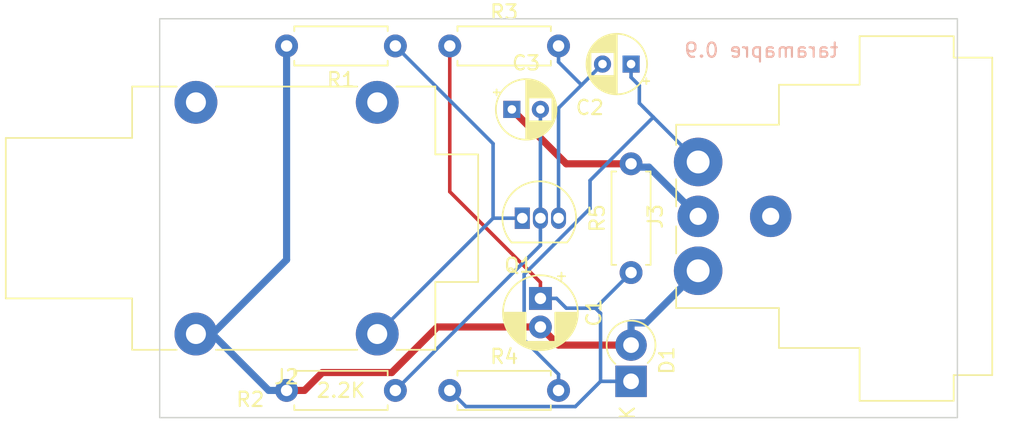
<source format=kicad_pcb>
(kicad_pcb (version 20221018) (generator pcbnew)
  (layers (0 "F.Cu" signal) (31 "B.Cu" signal) (34 "B.Paste" user) (35 "F.Paste" user) (36 "B.SilkS" user "B.Silkscreen") (37 "F.SilkS" user "F.Silkscreen") (38 "B.Mask" user) (39 "F.Mask" user) (44 "Edge.Cuts" user))
  (net 0 "")
  (net 1 "Net-(D1-K)")
  (net 2 "GND")
  (net 3 "Net-(C2-Pad1)")
  (net 4 "Net-(Q1-D)")
  (net 5 "/POWER")
  (net 6 "Net-(Q1-S)")
  (net 8 "Net-(Q1-G)")
  (footprint "Resistor_THT:R_Axial_DIN0207_L6.3mm_D2.5mm_P7.62mm_Horizontal" (layer "F.Cu") (at 133.35 88.9 90)
    (fp_text reference "R5" (at 3.81 -2.37 90) (layer "F.SilkS"))
    (fp_text value "18K")
    (fp_line (start 0.54 -1.37) (end 7.08 -1.37) (stroke (width 0.12)) (layer "F.SilkS"))
    (fp_line (start 0.54 -1.04) (end 0.54 -1.37) (stroke (width 0.12)) (layer "F.SilkS"))
    (fp_line (start 0.54 1.04) (end 0.54 1.37) (stroke (width 0.12)) (layer "F.SilkS"))
    (fp_line (start 0.54 1.37) (end 7.08 1.37) (stroke (width 0.12)) (layer "F.SilkS"))
    (fp_line (start 7.08 -1.37) (end 7.08 -1.04) (stroke (width 0.12)) (layer "F.SilkS"))
    (fp_line (start 7.08 1.37) (end 7.08 1.04) (stroke (width 0.12)) (layer "F.SilkS"))
    (pad "1" thru_hole circle (at 0 0 90) (size 1.6 1.6) (drill 0.8) (layers "*.Cu" "*.Mask") (net 1 "Net-(D1-K)"))
    (pad "2" thru_hole oval (at 7.62 0 90) (size 1.6 1.6) (drill 0.8) (layers "*.Cu" "*.Mask") (net 5 "/POWER"))
  )
  (footprint "Resistor_THT:R_Axial_DIN0207_L6.3mm_D2.5mm_P7.62mm_Horizontal" (layer "F.Cu") (at 120.65 73.025)
    (fp_text reference "R3" (at 3.81 -2.37) (layer "F.SilkS"))
    (fp_text value "2.2K")
    (fp_line (start 0.54 -1.37) (end 7.08 -1.37) (stroke (width 0.12)) (layer "F.SilkS"))
    (fp_line (start 0.54 -1.04) (end 0.54 -1.37) (stroke (width 0.12)) (layer "F.SilkS"))
    (fp_line (start 0.54 1.04) (end 0.54 1.37) (stroke (width 0.12)) (layer "F.SilkS"))
    (fp_line (start 0.54 1.37) (end 7.08 1.37) (stroke (width 0.12)) (layer "F.SilkS"))
    (fp_line (start 7.08 -1.37) (end 7.08 -1.04) (stroke (width 0.12)) (layer "F.SilkS"))
    (fp_line (start 7.08 1.37) (end 7.08 1.04) (stroke (width 0.12)) (layer "F.SilkS"))
    (pad "1" thru_hole circle (at 0 0) (size 1.6 1.6) (drill 0.8) (layers "*.Cu" "*.Mask") (net 1 "Net-(D1-K)"))
    (pad "2" thru_hole oval (at 7.62 0) (size 1.6 1.6) (drill 0.8) (layers "*.Cu" "*.Mask") (net 4 "Net-(Q1-D)"))
  )
  (footprint "Capacitor_THT:CP_Radial_D4.0mm_P2.00mm" (layer "F.Cu") (at 133.35 74.295 180)
    (fp_text reference "C2" (at 2.889 -3.048) (layer "F.SilkS"))
    (fp_text value "4.7uF/50V")
    (fp_line (start -1.269801 -1.195) (end -0.869801 -1.195) (stroke (width 0.12)) (layer "F.SilkS"))
    (fp_line (start -1.069801 -1.395) (end -1.069801 -0.995) (stroke (width 0.12)) (layer "F.SilkS"))
    (fp_line (start 1 -2.08) (end 1 2.08) (stroke (width 0.12)) (layer "F.SilkS"))
    (fp_line (start 1.04 -2.08) (end 1.04 2.08) (stroke (width 0.12)) (layer "F.SilkS"))
    (fp_line (start 1.08 -2.079) (end 1.08 2.079) (stroke (width 0.12)) (layer "F.SilkS"))
    (fp_line (start 1.12 -2.077) (end 1.12 2.077) (stroke (width 0.12)) (layer "F.SilkS"))
    (fp_line (start 1.16 -2.074) (end 1.16 2.074) (stroke (width 0.12)) (layer "F.SilkS"))
    (fp_line (start 1.2 -2.071) (end 1.2 -0.84) (stroke (width 0.12)) (layer "F.SilkS"))
    (fp_line (start 1.2 0.84) (end 1.2 2.071) (stroke (width 0.12)) (layer "F.SilkS"))
    (fp_line (start 1.24 -2.067) (end 1.24 -0.84) (stroke (width 0.12)) (layer "F.SilkS"))
    (fp_line (start 1.24 0.84) (end 1.24 2.067) (stroke (width 0.12)) (layer "F.SilkS"))
    (fp_line (start 1.28 -2.062) (end 1.28 -0.84) (stroke (width 0.12)) (layer "F.SilkS"))
    (fp_line (start 1.28 0.84) (end 1.28 2.062) (stroke (width 0.12)) (layer "F.SilkS"))
    (fp_line (start 1.32 -2.056) (end 1.32 -0.84) (stroke (width 0.12)) (layer "F.SilkS"))
    (fp_line (start 1.32 0.84) (end 1.32 2.056) (stroke (width 0.12)) (layer "F.SilkS"))
    (fp_line (start 1.36 -2.05) (end 1.36 -0.84) (stroke (width 0.12)) (layer "F.SilkS"))
    (fp_line (start 1.36 0.84) (end 1.36 2.05) (stroke (width 0.12)) (layer "F.SilkS"))
    (fp_line (start 1.4 -2.042) (end 1.4 -0.84) (stroke (width 0.12)) (layer "F.SilkS"))
    (fp_line (start 1.4 0.84) (end 1.4 2.042) (stroke (width 0.12)) (layer "F.SilkS"))
    (fp_line (start 1.44 -2.034) (end 1.44 -0.84) (stroke (width 0.12)) (layer "F.SilkS"))
    (fp_line (start 1.44 0.84) (end 1.44 2.034) (stroke (width 0.12)) (layer "F.SilkS"))
    (fp_line (start 1.48 -2.025) (end 1.48 -0.84) (stroke (width 0.12)) (layer "F.SilkS"))
    (fp_line (start 1.48 0.84) (end 1.48 2.025) (stroke (width 0.12)) (layer "F.SilkS"))
    (fp_line (start 1.52 -2.016) (end 1.52 -0.84) (stroke (width 0.12)) (layer "F.SilkS"))
    (fp_line (start 1.52 0.84) (end 1.52 2.016) (stroke (width 0.12)) (layer "F.SilkS"))
    (fp_line (start 1.56 -2.005) (end 1.56 -0.84) (stroke (width 0.12)) (layer "F.SilkS"))
    (fp_line (start 1.56 0.84) (end 1.56 2.005) (stroke (width 0.12)) (layer "F.SilkS"))
    (fp_line (start 1.6 -1.994) (end 1.6 -0.84) (stroke (width 0.12)) (layer "F.SilkS"))
    (fp_line (start 1.6 0.84) (end 1.6 1.994) (stroke (width 0.12)) (layer "F.SilkS"))
    (fp_line (start 1.64 -1.982) (end 1.64 -0.84) (stroke (width 0.12)) (layer "F.SilkS"))
    (fp_line (start 1.64 0.84) (end 1.64 1.982) (stroke (width 0.12)) (layer "F.SilkS"))
    (fp_line (start 1.68 -1.968) (end 1.68 -0.84) (stroke (width 0.12)) (layer "F.SilkS"))
    (fp_line (start 1.68 0.84) (end 1.68 1.968) (stroke (width 0.12)) (layer "F.SilkS"))
    (fp_line (start 1.721 -1.954) (end 1.721 -0.84) (stroke (width 0.12)) (layer "F.SilkS"))
    (fp_line (start 1.721 0.84) (end 1.721 1.954) (stroke (width 0.12)) (layer "F.SilkS"))
    (fp_line (start 1.761 -1.94) (end 1.761 -0.84) (stroke (width 0.12)) (layer "F.SilkS"))
    (fp_line (start 1.761 0.84) (end 1.761 1.94) (stroke (width 0.12)) (layer "F.SilkS"))
    (fp_line (start 1.801 -1.924) (end 1.801 -0.84) (stroke (width 0.12)) (layer "F.SilkS"))
    (fp_line (start 1.801 0.84) (end 1.801 1.924) (stroke (width 0.12)) (layer "F.SilkS"))
    (fp_line (start 1.841 -1.907) (end 1.841 -0.84) (stroke (width 0.12)) (layer "F.SilkS"))
    (fp_line (start 1.841 0.84) (end 1.841 1.907) (stroke (width 0.12)) (layer "F.SilkS"))
    (fp_line (start 1.881 -1.889) (end 1.881 -0.84) (stroke (width 0.12)) (layer "F.SilkS"))
    (fp_line (start 1.881 0.84) (end 1.881 1.889) (stroke (width 0.12)) (layer "F.SilkS"))
    (fp_line (start 1.921 -1.87) (end 1.921 -0.84) (stroke (width 0.12)) (layer "F.SilkS"))
    (fp_line (start 1.921 0.84) (end 1.921 1.87) (stroke (width 0.12)) (layer "F.SilkS"))
    (fp_line (start 1.961 -1.851) (end 1.961 -0.84) (stroke (width 0.12)) (layer "F.SilkS"))
    (fp_line (start 1.961 0.84) (end 1.961 1.851) (stroke (width 0.12)) (layer "F.SilkS"))
    (fp_line (start 2.001 -1.83) (end 2.001 -0.84) (stroke (width 0.12)) (layer "F.SilkS"))
    (fp_line (start 2.001 0.84) (end 2.001 1.83) (stroke (width 0.12)) (layer "F.SilkS"))
    (fp_line (start 2.041 -1.808) (end 2.041 -0.84) (stroke (width 0.12)) (layer "F.SilkS"))
    (fp_line (start 2.041 0.84) (end 2.041 1.808) (stroke (width 0.12)) (layer "F.SilkS"))
    (fp_line (start 2.081 -1.785) (end 2.081 -0.84) (stroke (width 0.12)) (layer "F.SilkS"))
    (fp_line (start 2.081 0.84) (end 2.081 1.785) (stroke (width 0.12)) (layer "F.SilkS"))
    (fp_line (start 2.121 -1.76) (end 2.121 -0.84) (stroke (width 0.12)) (layer "F.SilkS"))
    (fp_line (start 2.121 0.84) (end 2.121 1.76) (stroke (width 0.12)) (layer "F.SilkS"))
    (fp_line (start 2.161 -1.735) (end 2.161 -0.84) (stroke (width 0.12)) (layer "F.SilkS"))
    (fp_line (start 2.161 0.84) (end 2.161 1.735) (stroke (width 0.12)) (layer "F.SilkS"))
    (fp_line (start 2.201 -1.708) (end 2.201 -0.84) (stroke (width 0.12)) (layer "F.SilkS"))
    (fp_line (start 2.201 0.84) (end 2.201 1.708) (stroke (width 0.12)) (layer "F.SilkS"))
    (fp_line (start 2.241 -1.68) (end 2.241 -0.84) (stroke (width 0.12)) (layer "F.SilkS"))
    (fp_line (start 2.241 0.84) (end 2.241 1.68) (stroke (width 0.12)) (layer "F.SilkS"))
    (fp_line (start 2.281 -1.65) (end 2.281 -0.84) (stroke (width 0.12)) (layer "F.SilkS"))
    (fp_line (start 2.281 0.84) (end 2.281 1.65) (stroke (width 0.12)) (layer "F.SilkS"))
    (fp_line (start 2.321 -1.619) (end 2.321 -0.84) (stroke (width 0.12)) (layer "F.SilkS"))
    (fp_line (start 2.321 0.84) (end 2.321 1.619) (stroke (width 0.12)) (layer "F.SilkS"))
    (fp_line (start 2.361 -1.587) (end 2.361 -0.84) (stroke (width 0.12)) (layer "F.SilkS"))
    (fp_line (start 2.361 0.84) (end 2.361 1.587) (stroke (width 0.12)) (layer "F.SilkS"))
    (fp_line (start 2.401 -1.552) (end 2.401 -0.84) (stroke (width 0.12)) (layer "F.SilkS"))
    (fp_line (start 2.401 0.84) (end 2.401 1.552) (stroke (width 0.12)) (layer "F.SilkS"))
    (fp_line (start 2.441 -1.516) (end 2.441 -0.84) (stroke (width 0.12)) (layer "F.SilkS"))
    (fp_line (start 2.441 0.84) (end 2.441 1.516) (stroke (width 0.12)) (layer "F.SilkS"))
    (fp_line (start 2.481 -1.478) (end 2.481 -0.84) (stroke (width 0.12)) (layer "F.SilkS"))
    (fp_line (start 2.481 0.84) (end 2.481 1.478) (stroke (width 0.12)) (layer "F.SilkS"))
    (fp_line (start 2.521 -1.438) (end 2.521 -0.84) (stroke (width 0.12)) (layer "F.SilkS"))
    (fp_line (start 2.521 0.84) (end 2.521 1.438) (stroke (width 0.12)) (layer "F.SilkS"))
    (fp_line (start 2.561 -1.396) (end 2.561 -0.84) (stroke (width 0.12)) (layer "F.SilkS"))
    (fp_line (start 2.561 0.84) (end 2.561 1.396) (stroke (width 0.12)) (layer "F.SilkS"))
    (fp_line (start 2.601 -1.351) (end 2.601 -0.84) (stroke (width 0.12)) (layer "F.SilkS"))
    (fp_line (start 2.601 0.84) (end 2.601 1.351) (stroke (width 0.12)) (layer "F.SilkS"))
    (fp_line (start 2.641 -1.304) (end 2.641 -0.84) (stroke (width 0.12)) (layer "F.SilkS"))
    (fp_line (start 2.641 0.84) (end 2.641 1.304) (stroke (width 0.12)) (layer "F.SilkS"))
    (fp_line (start 2.681 -1.254) (end 2.681 -0.84) (stroke (width 0.12)) (layer "F.SilkS"))
    (fp_line (start 2.681 0.84) (end 2.681 1.254) (stroke (width 0.12)) (layer "F.SilkS"))
    (fp_line (start 2.721 -1.2) (end 2.721 -0.84) (stroke (width 0.12)) (layer "F.SilkS"))
    (fp_line (start 2.721 0.84) (end 2.721 1.2) (stroke (width 0.12)) (layer "F.SilkS"))
    (fp_line (start 2.761 -1.142) (end 2.761 -0.84) (stroke (width 0.12)) (layer "F.SilkS"))
    (fp_line (start 2.761 0.84) (end 2.761 1.142) (stroke (width 0.12)) (layer "F.SilkS"))
    (fp_line (start 2.801 -1.08) (end 2.801 -0.84) (stroke (width 0.12)) (layer "F.SilkS"))
    (fp_line (start 2.801 0.84) (end 2.801 1.08) (stroke (width 0.12)) (layer "F.SilkS"))
    (fp_line (start 2.841 -1.013) (end 2.841 1.013) (stroke (width 0.12)) (layer "F.SilkS"))
    (fp_line (start 2.881 -0.94) (end 2.881 0.94) (stroke (width 0.12)) (layer "F.SilkS"))
    (fp_line (start 2.921 -0.859) (end 2.921 0.859) (stroke (width 0.12)) (layer "F.SilkS"))
    (fp_line (start 2.961 -0.768) (end 2.961 0.768) (stroke (width 0.12)) (layer "F.SilkS"))
    (fp_line (start 3.001 -0.664) (end 3.001 0.664) (stroke (width 0.12)) (layer "F.SilkS"))
    (fp_line (start 3.041 -0.537) (end 3.041 0.537) (stroke (width 0.12)) (layer "F.SilkS"))
    (fp_line (start 3.081 -0.37) (end 3.081 0.37) (stroke (width 0.12)) (layer "F.SilkS"))
    (fp_circle (center 1 0) (end 3.12 0) (stroke (width 0.12)) (fill none) (layer "F.SilkS"))
    (pad "1" thru_hole rect (at 0 0 180) (size 1.2 1.2) (drill 0.6) (layers "*.Cu" "*.Mask") (net 3 "Net-(C2-Pad1)"))
    (pad "2" thru_hole circle (at 2 0 180) (size 1.2 1.2) (drill 0.6) (layers "*.Cu" "*.Mask") (net 4 "Net-(Q1-D)"))
  )
  (footprint "Capacitor_THT:CP_Radial_D5.0mm_P2.00mm" (layer "F.Cu") (at 127 90.71 -90)
    (fp_text reference "C1" (at 1 -3.75 90) (layer "F.SilkS"))
    (fp_text value "47uF/25V")
    (fp_line (start -1.804775 -1.475) (end -1.304775 -1.475) (stroke (width 0.12)) (layer "F.SilkS"))
    (fp_line (start -1.554775 -1.725) (end -1.554775 -1.225) (stroke (width 0.12)) (layer "F.SilkS"))
    (fp_line (start 1 -2.58) (end 1 -1.04) (stroke (width 0.12)) (layer "F.SilkS"))
    (fp_line (start 1 1.04) (end 1 2.58) (stroke (width 0.12)) (layer "F.SilkS"))
    (fp_line (start 1.04 -2.58) (end 1.04 -1.04) (stroke (width 0.12)) (layer "F.SilkS"))
    (fp_line (start 1.04 1.04) (end 1.04 2.58) (stroke (width 0.12)) (layer "F.SilkS"))
    (fp_line (start 1.08 -2.579) (end 1.08 -1.04) (stroke (width 0.12)) (layer "F.SilkS"))
    (fp_line (start 1.08 1.04) (end 1.08 2.579) (stroke (width 0.12)) (layer "F.SilkS"))
    (fp_line (start 1.12 -2.578) (end 1.12 -1.04) (stroke (width 0.12)) (layer "F.SilkS"))
    (fp_line (start 1.12 1.04) (end 1.12 2.578) (stroke (width 0.12)) (layer "F.SilkS"))
    (fp_line (start 1.16 -2.576) (end 1.16 -1.04) (stroke (width 0.12)) (layer "F.SilkS"))
    (fp_line (start 1.16 1.04) (end 1.16 2.576) (stroke (width 0.12)) (layer "F.SilkS"))
    (fp_line (start 1.2 -2.573) (end 1.2 -1.04) (stroke (width 0.12)) (layer "F.SilkS"))
    (fp_line (start 1.2 1.04) (end 1.2 2.573) (stroke (width 0.12)) (layer "F.SilkS"))
    (fp_line (start 1.24 -2.569) (end 1.24 -1.04) (stroke (width 0.12)) (layer "F.SilkS"))
    (fp_line (start 1.24 1.04) (end 1.24 2.569) (stroke (width 0.12)) (layer "F.SilkS"))
    (fp_line (start 1.28 -2.565) (end 1.28 -1.04) (stroke (width 0.12)) (layer "F.SilkS"))
    (fp_line (start 1.28 1.04) (end 1.28 2.565) (stroke (width 0.12)) (layer "F.SilkS"))
    (fp_line (start 1.32 -2.561) (end 1.32 -1.04) (stroke (width 0.12)) (layer "F.SilkS"))
    (fp_line (start 1.32 1.04) (end 1.32 2.561) (stroke (width 0.12)) (layer "F.SilkS"))
    (fp_line (start 1.36 -2.556) (end 1.36 -1.04) (stroke (width 0.12)) (layer "F.SilkS"))
    (fp_line (start 1.36 1.04) (end 1.36 2.556) (stroke (width 0.12)) (layer "F.SilkS"))
    (fp_line (start 1.4 -2.55) (end 1.4 -1.04) (stroke (width 0.12)) (layer "F.SilkS"))
    (fp_line (start 1.4 1.04) (end 1.4 2.55) (stroke (width 0.12)) (layer "F.SilkS"))
    (fp_line (start 1.44 -2.543) (end 1.44 -1.04) (stroke (width 0.12)) (layer "F.SilkS"))
    (fp_line (start 1.44 1.04) (end 1.44 2.543) (stroke (width 0.12)) (layer "F.SilkS"))
    (fp_line (start 1.48 -2.536) (end 1.48 -1.04) (stroke (width 0.12)) (layer "F.SilkS"))
    (fp_line (start 1.48 1.04) (end 1.48 2.536) (stroke (width 0.12)) (layer "F.SilkS"))
    (fp_line (start 1.52 -2.528) (end 1.52 -1.04) (stroke (width 0.12)) (layer "F.SilkS"))
    (fp_line (start 1.52 1.04) (end 1.52 2.528) (stroke (width 0.12)) (layer "F.SilkS"))
    (fp_line (start 1.56 -2.52) (end 1.56 -1.04) (stroke (width 0.12)) (layer "F.SilkS"))
    (fp_line (start 1.56 1.04) (end 1.56 2.52) (stroke (width 0.12)) (layer "F.SilkS"))
    (fp_line (start 1.6 -2.511) (end 1.6 -1.04) (stroke (width 0.12)) (layer "F.SilkS"))
    (fp_line (start 1.6 1.04) (end 1.6 2.511) (stroke (width 0.12)) (layer "F.SilkS"))
    (fp_line (start 1.64 -2.501) (end 1.64 -1.04) (stroke (width 0.12)) (layer "F.SilkS"))
    (fp_line (start 1.64 1.04) (end 1.64 2.501) (stroke (width 0.12)) (layer "F.SilkS"))
    (fp_line (start 1.68 -2.491) (end 1.68 -1.04) (stroke (width 0.12)) (layer "F.SilkS"))
    (fp_line (start 1.68 1.04) (end 1.68 2.491) (stroke (width 0.12)) (layer "F.SilkS"))
    (fp_line (start 1.721 -2.48) (end 1.721 -1.04) (stroke (width 0.12)) (layer "F.SilkS"))
    (fp_line (start 1.721 1.04) (end 1.721 2.48) (stroke (width 0.12)) (layer "F.SilkS"))
    (fp_line (start 1.761 -2.468) (end 1.761 -1.04) (stroke (width 0.12)) (layer "F.SilkS"))
    (fp_line (start 1.761 1.04) (end 1.761 2.468) (stroke (width 0.12)) (layer "F.SilkS"))
    (fp_line (start 1.801 -2.455) (end 1.801 -1.04) (stroke (width 0.12)) (layer "F.SilkS"))
    (fp_line (start 1.801 1.04) (end 1.801 2.455) (stroke (width 0.12)) (layer "F.SilkS"))
    (fp_line (start 1.841 -2.442) (end 1.841 -1.04) (stroke (width 0.12)) (layer "F.SilkS"))
    (fp_line (start 1.841 1.04) (end 1.841 2.442) (stroke (width 0.12)) (layer "F.SilkS"))
    (fp_line (start 1.881 -2.428) (end 1.881 -1.04) (stroke (width 0.12)) (layer "F.SilkS"))
    (fp_line (start 1.881 1.04) (end 1.881 2.428) (stroke (width 0.12)) (layer "F.SilkS"))
    (fp_line (start 1.921 -2.414) (end 1.921 -1.04) (stroke (width 0.12)) (layer "F.SilkS"))
    (fp_line (start 1.921 1.04) (end 1.921 2.414) (stroke (width 0.12)) (layer "F.SilkS"))
    (fp_line (start 1.961 -2.398) (end 1.961 -1.04) (stroke (width 0.12)) (layer "F.SilkS"))
    (fp_line (start 1.961 1.04) (end 1.961 2.398) (stroke (width 0.12)) (layer "F.SilkS"))
    (fp_line (start 2.001 -2.382) (end 2.001 -1.04) (stroke (width 0.12)) (layer "F.SilkS"))
    (fp_line (start 2.001 1.04) (end 2.001 2.382) (stroke (width 0.12)) (layer "F.SilkS"))
    (fp_line (start 2.041 -2.365) (end 2.041 -1.04) (stroke (width 0.12)) (layer "F.SilkS"))
    (fp_line (start 2.041 1.04) (end 2.041 2.365) (stroke (width 0.12)) (layer "F.SilkS"))
    (fp_line (start 2.081 -2.348) (end 2.081 -1.04) (stroke (width 0.12)) (layer "F.SilkS"))
    (fp_line (start 2.081 1.04) (end 2.081 2.348) (stroke (width 0.12)) (layer "F.SilkS"))
    (fp_line (start 2.121 -2.329) (end 2.121 -1.04) (stroke (width 0.12)) (layer "F.SilkS"))
    (fp_line (start 2.121 1.04) (end 2.121 2.329) (stroke (width 0.12)) (layer "F.SilkS"))
    (fp_line (start 2.161 -2.31) (end 2.161 -1.04) (stroke (width 0.12)) (layer "F.SilkS"))
    (fp_line (start 2.161 1.04) (end 2.161 2.31) (stroke (width 0.12)) (layer "F.SilkS"))
    (fp_line (start 2.201 -2.29) (end 2.201 -1.04) (stroke (width 0.12)) (layer "F.SilkS"))
    (fp_line (start 2.201 1.04) (end 2.201 2.29) (stroke (width 0.12)) (layer "F.SilkS"))
    (fp_line (start 2.241 -2.268) (end 2.241 -1.04) (stroke (width 0.12)) (layer "F.SilkS"))
    (fp_line (start 2.241 1.04) (end 2.241 2.268) (stroke (width 0.12)) (layer "F.SilkS"))
    (fp_line (start 2.281 -2.247) (end 2.281 -1.04) (stroke (width 0.12)) (layer "F.SilkS"))
    (fp_line (start 2.281 1.04) (end 2.281 2.247) (stroke (width 0.12)) (layer "F.SilkS"))
    (fp_line (start 2.321 -2.224) (end 2.321 -1.04) (stroke (width 0.12)) (layer "F.SilkS"))
    (fp_line (start 2.321 1.04) (end 2.321 2.224) (stroke (width 0.12)) (layer "F.SilkS"))
    (fp_line (start 2.361 -2.2) (end 2.361 -1.04) (stroke (width 0.12)) (layer "F.SilkS"))
    (fp_line (start 2.361 1.04) (end 2.361 2.2) (stroke (width 0.12)) (layer "F.SilkS"))
    (fp_line (start 2.401 -2.175) (end 2.401 -1.04) (stroke (width 0.12)) (layer "F.SilkS"))
    (fp_line (start 2.401 1.04) (end 2.401 2.175) (stroke (width 0.12)) (layer "F.SilkS"))
    (fp_line (start 2.441 -2.149) (end 2.441 -1.04) (stroke (width 0.12)) (layer "F.SilkS"))
    (fp_line (start 2.441 1.04) (end 2.441 2.149) (stroke (width 0.12)) (layer "F.SilkS"))
    (fp_line (start 2.481 -2.122) (end 2.481 -1.04) (stroke (width 0.12)) (layer "F.SilkS"))
    (fp_line (start 2.481 1.04) (end 2.481 2.122) (stroke (width 0.12)) (layer "F.SilkS"))
    (fp_line (start 2.521 -2.095) (end 2.521 -1.04) (stroke (width 0.12)) (layer "F.SilkS"))
    (fp_line (start 2.521 1.04) (end 2.521 2.095) (stroke (width 0.12)) (layer "F.SilkS"))
    (fp_line (start 2.561 -2.065) (end 2.561 -1.04) (stroke (width 0.12)) (layer "F.SilkS"))
    (fp_line (start 2.561 1.04) (end 2.561 2.065) (stroke (width 0.12)) (layer "F.SilkS"))
    (fp_line (start 2.601 -2.035) (end 2.601 -1.04) (stroke (width 0.12)) (layer "F.SilkS"))
    (fp_line (start 2.601 1.04) (end 2.601 2.035) (stroke (width 0.12)) (layer "F.SilkS"))
    (fp_line (start 2.641 -2.004) (end 2.641 -1.04) (stroke (width 0.12)) (layer "F.SilkS"))
    (fp_line (start 2.641 1.04) (end 2.641 2.004) (stroke (width 0.12)) (layer "F.SilkS"))
    (fp_line (start 2.681 -1.971) (end 2.681 -1.04) (stroke (width 0.12)) (layer "F.SilkS"))
    (fp_line (start 2.681 1.04) (end 2.681 1.971) (stroke (width 0.12)) (layer "F.SilkS"))
    (fp_line (start 2.721 -1.937) (end 2.721 -1.04) (stroke (width 0.12)) (layer "F.SilkS"))
    (fp_line (start 2.721 1.04) (end 2.721 1.937) (stroke (width 0.12)) (layer "F.SilkS"))
    (fp_line (start 2.761 -1.901) (end 2.761 -1.04) (stroke (width 0.12)) (layer "F.SilkS"))
    (fp_line (start 2.761 1.04) (end 2.761 1.901) (stroke (width 0.12)) (layer "F.SilkS"))
    (fp_line (start 2.801 -1.864) (end 2.801 -1.04) (stroke (width 0.12)) (layer "F.SilkS"))
    (fp_line (start 2.801 1.04) (end 2.801 1.864) (stroke (width 0.12)) (layer "F.SilkS"))
    (fp_line (start 2.841 -1.826) (end 2.841 -1.04) (stroke (width 0.12)) (layer "F.SilkS"))
    (fp_line (start 2.841 1.04) (end 2.841 1.826) (stroke (width 0.12)) (layer "F.SilkS"))
    (fp_line (start 2.881 -1.785) (end 2.881 -1.04) (stroke (width 0.12)) (layer "F.SilkS"))
    (fp_line (start 2.881 1.04) (end 2.881 1.785) (stroke (width 0.12)) (layer "F.SilkS"))
    (fp_line (start 2.921 -1.743) (end 2.921 -1.04) (stroke (width 0.12)) (layer "F.SilkS"))
    (fp_line (start 2.921 1.04) (end 2.921 1.743) (stroke (width 0.12)) (layer "F.SilkS"))
    (fp_line (start 2.961 -1.699) (end 2.961 -1.04) (stroke (width 0.12)) (layer "F.SilkS"))
    (fp_line (start 2.961 1.04) (end 2.961 1.699) (stroke (width 0.12)) (layer "F.SilkS"))
    (fp_line (start 3.001 -1.653) (end 3.001 -1.04) (stroke (width 0.12)) (layer "F.SilkS"))
    (fp_line (start 3.001 1.04) (end 3.001 1.653) (stroke (width 0.12)) (layer "F.SilkS"))
    (fp_line (start 3.041 -1.605) (end 3.041 1.605) (stroke (width 0.12)) (layer "F.SilkS"))
    (fp_line (start 3.081 -1.554) (end 3.081 1.554) (stroke (width 0.12)) (layer "F.SilkS"))
    (fp_line (start 3.121 -1.5) (end 3.121 1.5) (stroke (width 0.12)) (layer "F.SilkS"))
    (fp_line (start 3.161 -1.443) (end 3.161 1.443) (stroke (width 0.12)) (layer "F.SilkS"))
    (fp_line (start 3.201 -1.383) (end 3.201 1.383) (stroke (width 0.12)) (layer "F.SilkS"))
    (fp_line (start 3.241 -1.319) (end 3.241 1.319) (stroke (width 0.12)) (layer "F.SilkS"))
    (fp_line (start 3.281 -1.251) (end 3.281 1.251) (stroke (width 0.12)) (layer "F.SilkS"))
    (fp_line (start 3.321 -1.178) (end 3.321 1.178) (stroke (width 0.12)) (layer "F.SilkS"))
    (fp_line (start 3.361 -1.098) (end 3.361 1.098) (stroke (width 0.12)) (layer "F.SilkS"))
    (fp_line (start 3.401 -1.011) (end 3.401 1.011) (stroke (width 0.12)) (layer "F.SilkS"))
    (fp_line (start 3.441 -0.915) (end 3.441 0.915) (stroke (width 0.12)) (layer "F.SilkS"))
    (fp_line (start 3.481 -0.805) (end 3.481 0.805) (stroke (width 0.12)) (layer "F.SilkS"))
    (fp_line (start 3.521 -0.677) (end 3.521 0.677) (stroke (width 0.12)) (layer "F.SilkS"))
    (fp_line (start 3.561 -0.518) (end 3.561 0.518) (stroke (width 0.12)) (layer "F.SilkS"))
    (fp_line (start 3.601 -0.284) (end 3.601 0.284) (stroke (width 0.12)) (layer "F.SilkS"))
    (fp_circle (center 1 0) (end 3.62 0) (stroke (width 0.12)) (fill none) (layer "F.SilkS"))
    (pad "1" thru_hole rect (at 0 0 270) (size 1.6 1.6) (drill 0.8) (layers "*.Cu" "*.Mask") (net 1 "Net-(D1-K)"))
    (pad "2" thru_hole circle (at 2 0 270) (size 1.6 1.6) (drill 0.8) (layers "*.Cu" "*.Mask") (net 2 "GND"))
  )
  (footprint "Capacitor_THT:CP_Radial_D4.0mm_P2.00mm" (layer "F.Cu") (at 125 77.47)
    (fp_text reference "C3" (at 1 -3.25) (layer "F.SilkS"))
    (fp_text value "4.7uF/50V")
    (fp_line (start -1.269801 -1.195) (end -0.869801 -1.195) (stroke (width 0.12)) (layer "F.SilkS"))
    (fp_line (start -1.069801 -1.395) (end -1.069801 -0.995) (stroke (width 0.12)) (layer "F.SilkS"))
    (fp_line (start 1 -2.08) (end 1 2.08) (stroke (width 0.12)) (layer "F.SilkS"))
    (fp_line (start 1.04 -2.08) (end 1.04 2.08) (stroke (width 0.12)) (layer "F.SilkS"))
    (fp_line (start 1.08 -2.079) (end 1.08 2.079) (stroke (width 0.12)) (layer "F.SilkS"))
    (fp_line (start 1.12 -2.077) (end 1.12 2.077) (stroke (width 0.12)) (layer "F.SilkS"))
    (fp_line (start 1.16 -2.074) (end 1.16 2.074) (stroke (width 0.12)) (layer "F.SilkS"))
    (fp_line (start 1.2 -2.071) (end 1.2 -0.84) (stroke (width 0.12)) (layer "F.SilkS"))
    (fp_line (start 1.2 0.84) (end 1.2 2.071) (stroke (width 0.12)) (layer "F.SilkS"))
    (fp_line (start 1.24 -2.067) (end 1.24 -0.84) (stroke (width 0.12)) (layer "F.SilkS"))
    (fp_line (start 1.24 0.84) (end 1.24 2.067) (stroke (width 0.12)) (layer "F.SilkS"))
    (fp_line (start 1.28 -2.062) (end 1.28 -0.84) (stroke (width 0.12)) (layer "F.SilkS"))
    (fp_line (start 1.28 0.84) (end 1.28 2.062) (stroke (width 0.12)) (layer "F.SilkS"))
    (fp_line (start 1.32 -2.056) (end 1.32 -0.84) (stroke (width 0.12)) (layer "F.SilkS"))
    (fp_line (start 1.32 0.84) (end 1.32 2.056) (stroke (width 0.12)) (layer "F.SilkS"))
    (fp_line (start 1.36 -2.05) (end 1.36 -0.84) (stroke (width 0.12)) (layer "F.SilkS"))
    (fp_line (start 1.36 0.84) (end 1.36 2.05) (stroke (width 0.12)) (layer "F.SilkS"))
    (fp_line (start 1.4 -2.042) (end 1.4 -0.84) (stroke (width 0.12)) (layer "F.SilkS"))
    (fp_line (start 1.4 0.84) (end 1.4 2.042) (stroke (width 0.12)) (layer "F.SilkS"))
    (fp_line (start 1.44 -2.034) (end 1.44 -0.84) (stroke (width 0.12)) (layer "F.SilkS"))
    (fp_line (start 1.44 0.84) (end 1.44 2.034) (stroke (width 0.12)) (layer "F.SilkS"))
    (fp_line (start 1.48 -2.025) (end 1.48 -0.84) (stroke (width 0.12)) (layer "F.SilkS"))
    (fp_line (start 1.48 0.84) (end 1.48 2.025) (stroke (width 0.12)) (layer "F.SilkS"))
    (fp_line (start 1.52 -2.016) (end 1.52 -0.84) (stroke (width 0.12)) (layer "F.SilkS"))
    (fp_line (start 1.52 0.84) (end 1.52 2.016) (stroke (width 0.12)) (layer "F.SilkS"))
    (fp_line (start 1.56 -2.005) (end 1.56 -0.84) (stroke (width 0.12)) (layer "F.SilkS"))
    (fp_line (start 1.56 0.84) (end 1.56 2.005) (stroke (width 0.12)) (layer "F.SilkS"))
    (fp_line (start 1.6 -1.994) (end 1.6 -0.84) (stroke (width 0.12)) (layer "F.SilkS"))
    (fp_line (start 1.6 0.84) (end 1.6 1.994) (stroke (width 0.12)) (layer "F.SilkS"))
    (fp_line (start 1.64 -1.982) (end 1.64 -0.84) (stroke (width 0.12)) (layer "F.SilkS"))
    (fp_line (start 1.64 0.84) (end 1.64 1.982) (stroke (width 0.12)) (layer "F.SilkS"))
    (fp_line (start 1.68 -1.968) (end 1.68 -0.84) (stroke (width 0.12)) (layer "F.SilkS"))
    (fp_line (start 1.68 0.84) (end 1.68 1.968) (stroke (width 0.12)) (layer "F.SilkS"))
    (fp_line (start 1.721 -1.954) (end 1.721 -0.84) (stroke (width 0.12)) (layer "F.SilkS"))
    (fp_line (start 1.721 0.84) (end 1.721 1.954) (stroke (width 0.12)) (layer "F.SilkS"))
    (fp_line (start 1.761 -1.94) (end 1.761 -0.84) (stroke (width 0.12)) (layer "F.SilkS"))
    (fp_line (start 1.761 0.84) (end 1.761 1.94) (stroke (width 0.12)) (layer "F.SilkS"))
    (fp_line (start 1.801 -1.924) (end 1.801 -0.84) (stroke (width 0.12)) (layer "F.SilkS"))
    (fp_line (start 1.801 0.84) (end 1.801 1.924) (stroke (width 0.12)) (layer "F.SilkS"))
    (fp_line (start 1.841 -1.907) (end 1.841 -0.84) (stroke (width 0.12)) (layer "F.SilkS"))
    (fp_line (start 1.841 0.84) (end 1.841 1.907) (stroke (width 0.12)) (layer "F.SilkS"))
    (fp_line (start 1.881 -1.889) (end 1.881 -0.84) (stroke (width 0.12)) (layer "F.SilkS"))
    (fp_line (start 1.881 0.84) (end 1.881 1.889) (stroke (width 0.12)) (layer "F.SilkS"))
    (fp_line (start 1.921 -1.87) (end 1.921 -0.84) (stroke (width 0.12)) (layer "F.SilkS"))
    (fp_line (start 1.921 0.84) (end 1.921 1.87) (stroke (width 0.12)) (layer "F.SilkS"))
    (fp_line (start 1.961 -1.851) (end 1.961 -0.84) (stroke (width 0.12)) (layer "F.SilkS"))
    (fp_line (start 1.961 0.84) (end 1.961 1.851) (stroke (width 0.12)) (layer "F.SilkS"))
    (fp_line (start 2.001 -1.83) (end 2.001 -0.84) (stroke (width 0.12)) (layer "F.SilkS"))
    (fp_line (start 2.001 0.84) (end 2.001 1.83) (stroke (width 0.12)) (layer "F.SilkS"))
    (fp_line (start 2.041 -1.808) (end 2.041 -0.84) (stroke (width 0.12)) (layer "F.SilkS"))
    (fp_line (start 2.041 0.84) (end 2.041 1.808) (stroke (width 0.12)) (layer "F.SilkS"))
    (fp_line (start 2.081 -1.785) (end 2.081 -0.84) (stroke (width 0.12)) (layer "F.SilkS"))
    (fp_line (start 2.081 0.84) (end 2.081 1.785) (stroke (width 0.12)) (layer "F.SilkS"))
    (fp_line (start 2.121 -1.76) (end 2.121 -0.84) (stroke (width 0.12)) (layer "F.SilkS"))
    (fp_line (start 2.121 0.84) (end 2.121 1.76) (stroke (width 0.12)) (layer "F.SilkS"))
    (fp_line (start 2.161 -1.735) (end 2.161 -0.84) (stroke (width 0.12)) (layer "F.SilkS"))
    (fp_line (start 2.161 0.84) (end 2.161 1.735) (stroke (width 0.12)) (layer "F.SilkS"))
    (fp_line (start 2.201 -1.708) (end 2.201 -0.84) (stroke (width 0.12)) (layer "F.SilkS"))
    (fp_line (start 2.201 0.84) (end 2.201 1.708) (stroke (width 0.12)) (layer "F.SilkS"))
    (fp_line (start 2.241 -1.68) (end 2.241 -0.84) (stroke (width 0.12)) (layer "F.SilkS"))
    (fp_line (start 2.241 0.84) (end 2.241 1.68) (stroke (width 0.12)) (layer "F.SilkS"))
    (fp_line (start 2.281 -1.65) (end 2.281 -0.84) (stroke (width 0.12)) (layer "F.SilkS"))
    (fp_line (start 2.281 0.84) (end 2.281 1.65) (stroke (width 0.12)) (layer "F.SilkS"))
    (fp_line (start 2.321 -1.619) (end 2.321 -0.84) (stroke (width 0.12)) (layer "F.SilkS"))
    (fp_line (start 2.321 0.84) (end 2.321 1.619) (stroke (width 0.12)) (layer "F.SilkS"))
    (fp_line (start 2.361 -1.587) (end 2.361 -0.84) (stroke (width 0.12)) (layer "F.SilkS"))
    (fp_line (start 2.361 0.84) (end 2.361 1.587) (stroke (width 0.12)) (layer "F.SilkS"))
    (fp_line (start 2.401 -1.552) (end 2.401 -0.84) (stroke (width 0.12)) (layer "F.SilkS"))
    (fp_line (start 2.401 0.84) (end 2.401 1.552) (stroke (width 0.12)) (layer "F.SilkS"))
    (fp_line (start 2.441 -1.516) (end 2.441 -0.84) (stroke (width 0.12)) (layer "F.SilkS"))
    (fp_line (start 2.441 0.84) (end 2.441 1.516) (stroke (width 0.12)) (layer "F.SilkS"))
    (fp_line (start 2.481 -1.478) (end 2.481 -0.84) (stroke (width 0.12)) (layer "F.SilkS"))
    (fp_line (start 2.481 0.84) (end 2.481 1.478) (stroke (width 0.12)) (layer "F.SilkS"))
    (fp_line (start 2.521 -1.438) (end 2.521 -0.84) (stroke (width 0.12)) (layer "F.SilkS"))
    (fp_line (start 2.521 0.84) (end 2.521 1.438) (stroke (width 0.12)) (layer "F.SilkS"))
    (fp_line (start 2.561 -1.396) (end 2.561 -0.84) (stroke (width 0.12)) (layer "F.SilkS"))
    (fp_line (start 2.561 0.84) (end 2.561 1.396) (stroke (width 0.12)) (layer "F.SilkS"))
    (fp_line (start 2.601 -1.351) (end 2.601 -0.84) (stroke (width 0.12)) (layer "F.SilkS"))
    (fp_line (start 2.601 0.84) (end 2.601 1.351) (stroke (width 0.12)) (layer "F.SilkS"))
    (fp_line (start 2.641 -1.304) (end 2.641 -0.84) (stroke (width 0.12)) (layer "F.SilkS"))
    (fp_line (start 2.641 0.84) (end 2.641 1.304) (stroke (width 0.12)) (layer "F.SilkS"))
    (fp_line (start 2.681 -1.254) (end 2.681 -0.84) (stroke (width 0.12)) (layer "F.SilkS"))
    (fp_line (start 2.681 0.84) (end 2.681 1.254) (stroke (width 0.12)) (layer "F.SilkS"))
    (fp_line (start 2.721 -1.2) (end 2.721 -0.84) (stroke (width 0.12)) (layer "F.SilkS"))
    (fp_line (start 2.721 0.84) (end 2.721 1.2) (stroke (width 0.12)) (layer "F.SilkS"))
    (fp_line (start 2.761 -1.142) (end 2.761 -0.84) (stroke (width 0.12)) (layer "F.SilkS"))
    (fp_line (start 2.761 0.84) (end 2.761 1.142) (stroke (width 0.12)) (layer "F.SilkS"))
    (fp_line (start 2.801 -1.08) (end 2.801 -0.84) (stroke (width 0.12)) (layer "F.SilkS"))
    (fp_line (start 2.801 0.84) (end 2.801 1.08) (stroke (width 0.12)) (layer "F.SilkS"))
    (fp_line (start 2.841 -1.013) (end 2.841 1.013) (stroke (width 0.12)) (layer "F.SilkS"))
    (fp_line (start 2.881 -0.94) (end 2.881 0.94) (stroke (width 0.12)) (layer "F.SilkS"))
    (fp_line (start 2.921 -0.859) (end 2.921 0.859) (stroke (width 0.12)) (layer "F.SilkS"))
    (fp_line (start 2.961 -0.768) (end 2.961 0.768) (stroke (width 0.12)) (layer "F.SilkS"))
    (fp_line (start 3.001 -0.664) (end 3.001 0.664) (stroke (width 0.12)) (layer "F.SilkS"))
    (fp_line (start 3.041 -0.537) (end 3.041 0.537) (stroke (width 0.12)) (layer "F.SilkS"))
    (fp_line (start 3.081 -0.37) (end 3.081 0.37) (stroke (width 0.12)) (layer "F.SilkS"))
    (fp_circle (center 1 0) (end 3.12 0) (stroke (width 0.12)) (fill none) (layer "F.SilkS"))
    (pad "1" thru_hole rect (at 0 0) (size 1.2 1.2) (drill 0.6) (layers "*.Cu" "*.Mask") (net 5 "/POWER"))
    (pad "2" thru_hole circle (at 2 0) (size 1.2 1.2) (drill 0.6) (layers "*.Cu" "*.Mask") (net 6 "Net-(Q1-S)"))
  )
  (footprint "Resistor_THT:R_Axial_DIN0207_L6.3mm_D2.5mm_P7.62mm_Horizontal" (layer "F.Cu") (at 116.84 97.155 180)
    (fp_text reference "R2" (at 10.16 -0.635 180) (layer "F.SilkS"))
    (fp_text value "2.2K" (at 3.81 0 180) (layer "F.SilkS"))
    (fp_line (start 0.54 -1.37) (end 7.08 -1.37) (stroke (width 0.12)) (layer "F.SilkS"))
    (fp_line (start 0.54 -1.04) (end 0.54 -1.37) (stroke (width 0.12)) (layer "F.SilkS"))
    (fp_line (start 0.54 1.04) (end 0.54 1.37) (stroke (width 0.12)) (layer "F.SilkS"))
    (fp_line (start 0.54 1.37) (end 7.08 1.37) (stroke (width 0.12)) (layer "F.SilkS"))
    (fp_line (start 7.08 -1.37) (end 7.08 -1.04) (stroke (width 0.12)) (layer "F.SilkS"))
    (fp_line (start 7.08 1.37) (end 7.08 1.04) (stroke (width 0.12)) (layer "F.SilkS"))
    (pad "1" thru_hole circle (at 0 0 180) (size 1.6 1.6) (drill 0.8) (layers "*.Cu" "*.Mask") (net 6 "Net-(Q1-S)"))
    (pad "2" thru_hole oval (at 7.62 0 180) (size 1.6 1.6) (drill 0.8) (layers "*.Cu" "*.Mask") (net 2 "GND"))
  )
  (footprint "Resistor_THT:R_Axial_DIN0207_L6.3mm_D2.5mm_P7.62mm_Horizontal" (layer "F.Cu") (at 120.65 97.155)
    (fp_text reference "R4" (at 3.81 -2.37) (layer "F.SilkS"))
    (fp_text value "18K")
    (fp_line (start 0.54 -1.37) (end 7.08 -1.37) (stroke (width 0.12)) (layer "F.SilkS"))
    (fp_line (start 0.54 -1.04) (end 0.54 -1.37) (stroke (width 0.12)) (layer "F.SilkS"))
    (fp_line (start 0.54 1.04) (end 0.54 1.37) (stroke (width 0.12)) (layer "F.SilkS"))
    (fp_line (start 0.54 1.37) (end 7.08 1.37) (stroke (width 0.12)) (layer "F.SilkS"))
    (fp_line (start 7.08 -1.37) (end 7.08 -1.04) (stroke (width 0.12)) (layer "F.SilkS"))
    (fp_line (start 7.08 1.37) (end 7.08 1.04) (stroke (width 0.12)) (layer "F.SilkS"))
    (pad "1" thru_hole circle (at 0 0) (size 1.6 1.6) (drill 0.8) (layers "*.Cu" "*.Mask") (net 1 "Net-(D1-K)"))
    (pad "2" thru_hole oval (at 7.62 0) (size 1.6 1.6) (drill 0.8) (layers "*.Cu" "*.Mask") (net 3 "Net-(C2-Pad1)"))
  )
  (footprint "Connector_Audio:Jack_6.35mm_Neutrik_NMJ4HFD2_Horizontal" (layer "F.Cu") (at 115.57 93.205 180)
    (fp_text reference "J2" (at 6.35 -3) (layer "F.SilkS"))
    (fp_text value "AudioJack2_Ground_Switch")
    (fp_line (start -7.07 3.645) (end -4.07 3.645) (stroke (width 0.12)) (layer "F.SilkS"))
    (fp_line (start -7.07 12.545) (end -7.07 3.645) (stroke (width 0.12)) (layer "F.SilkS"))
    (fp_line (start -7.07 12.585) (end -4.07 12.585) (stroke (width 0.12)) (layer "F.SilkS"))
    (fp_line (start -4.07 -1.105) (end -1.35 -1.105) (stroke (width 0.12)) (layer "F.SilkS"))
    (fp_line (start -4.07 3.645) (end -4.07 -1.105) (stroke (width 0.12)) (layer "F.SilkS"))
    (fp_line (start -4.07 17.335) (end -4.07 12.585) (stroke (width 0.12)) (layer "F.SilkS"))
    (fp_line (start -1.35 17.335) (end -4.07 17.335) (stroke (width 0.12)) (layer "F.SilkS"))
    (fp_line (start 1.4 -1.105) (end 11.3 -1.105) (stroke (width 0.12)) (layer "F.SilkS"))
    (fp_line (start 11.3 17.335) (end 1.4 17.335) (stroke (width 0.12)) (layer "F.SilkS"))
    (fp_line (start 17.17 -1.105) (end 14.05 -1.105) (stroke (width 0.12)) (layer "F.SilkS"))
    (fp_line (start 17.17 2.495) (end 17.17 -1.105) (stroke (width 0.12)) (layer "F.SilkS"))
    (fp_line (start 17.17 2.495) (end 26.02 2.495) (stroke (width 0.12)) (layer "F.SilkS"))
    (fp_line (start 17.17 13.735) (end 26.02 13.735) (stroke (width 0.12)) (layer "F.SilkS"))
    (fp_line (start 17.17 17.335) (end 14.05 17.335) (stroke (width 0.12)) (layer "F.SilkS"))
    (fp_line (start 17.17 17.335) (end 17.17 13.735) (stroke (width 0.12)) (layer "F.SilkS"))
    (fp_line (start 26.02 13.735) (end 26.02 2.495) (stroke (width 0.12)) (layer "F.SilkS"))
    (pad "S" thru_hole circle (at 12.7 0 180) (size 3 3) (drill 1.4) (layers "*.Cu" "*.Mask") (net 2 "GND"))
    (pad "SN" thru_hole circle (at 12.7 16.23 180) (size 3 3) (drill 1.4) (layers "*.Cu" "*.Mask"))
    (pad "T" thru_hole circle (at 0 0 180) (size 3 3) (drill 1.4) (layers "*.Cu" "*.Mask") (net 8 "Net-(Q1-G)"))
    (pad "TN" thru_hole circle (at 0 16.23 180) (size 3 3) (drill 1.4) (layers "*.Cu" "*.Mask"))
  )
  (footprint "Resistor_THT:R_Axial_DIN0207_L6.3mm_D2.5mm_P7.62mm_Horizontal" (layer "F.Cu") (at 116.84 73.025 180)
    (fp_text reference "R1" (at 3.81 -2.37) (layer "F.SilkS"))
    (fp_text value "5.6M")
    (fp_line (start 0.54 -1.37) (end 7.08 -1.37) (stroke (width 0.12)) (layer "F.SilkS"))
    (fp_line (start 0.54 -1.04) (end 0.54 -1.37) (stroke (width 0.12)) (layer "F.SilkS"))
    (fp_line (start 0.54 1.04) (end 0.54 1.37) (stroke (width 0.12)) (layer "F.SilkS"))
    (fp_line (start 0.54 1.37) (end 7.08 1.37) (stroke (width 0.12)) (layer "F.SilkS"))
    (fp_line (start 7.08 -1.37) (end 7.08 -1.04) (stroke (width 0.12)) (layer "F.SilkS"))
    (fp_line (start 7.08 1.37) (end 7.08 1.04) (stroke (width 0.12)) (layer "F.SilkS"))
    (pad "1" thru_hole circle (at 0 0 180) (size 1.6 1.6) (drill 0.8) (layers "*.Cu" "*.Mask") (net 8 "Net-(Q1-G)"))
    (pad "2" thru_hole oval (at 7.62 0 180) (size 1.6 1.6) (drill 0.8) (layers "*.Cu" "*.Mask") (net 2 "GND"))
  )
  (footprint "Package_TO_SOT_THT:TO-92L_Inline" (layer "F.Cu") (at 125.73 85.09)
    (fp_text reference "Q1" (at -0.254 3.302) (layer "F.SilkS"))
    (fp_text value "~" hide)
    (fp_line (start -0.75 1.7) (end 3.1 1.7) (stroke (width 0.12)) (layer "F.SilkS"))
    (fp_arc (start -0.75 1.7) (mid 1.183448 -2.579449) (end 3.138611 1.690122) (stroke (width 0.12)) (layer "F.SilkS"))
    (pad "1" thru_hole rect (at 0 0) (size 1.05 1.5) (drill 0.75) (layers "*.Cu" "*.Mask") (net 8 "Net-(Q1-G)"))
    (pad "2" thru_hole oval (at 1.27 0) (size 1.05 1.5) (drill 0.75) (layers "*.Cu" "*.Mask") (net 6 "Net-(Q1-S)"))
    (pad "3" thru_hole oval (at 2.54 0) (size 1.05 1.5) (drill 0.75) (layers "*.Cu" "*.Mask") (net 4 "Net-(Q1-D)"))
  )
  (footprint "Diode_THT:D_DO-41_SOD81_P2.54mm_Vertical_KathodeUp" (layer "F.Cu") (at 133.35 96.52 90)
    (fp_text reference "D1" (at 1.468234 2.508 90) (layer "F.SilkS"))
    (fp_text value "18V/400mW")
    (fp_text user "K" (at -2.2148 -0.254 90) (layer "F.SilkS"))
    (fp_arc (start 1.228847 -1.1) (mid 4.250877 -0.044974) (end 1.288449 1.167366) (stroke (width 0.12)) (layer "F.SilkS"))
    (pad "1" thru_hole rect (at 0 0 90) (size 2.2 2.2) (drill 1.1) (layers "*.Cu" "*.Mask") (net 1 "Net-(D1-K)"))
    (pad "2" thru_hole oval (at 2.54 0 90) (size 2.2 2.2) (drill 1.1) (layers "*.Cu" "*.Mask") (net 2 "GND"))
  )
  (footprint "Connector_Audio:Jack_XLR_Neutrik_NC3MAAH_Horizontal" (layer "F.Cu") (at 138.049 88.773 90)
    (fp_text reference "J3" (at 3.81 -3 90) (layer "F.SilkS"))
    (fp_text value "XLR3_Ground")
    (fp_line (start -9.11 11.31) (end -5.41 11.31) (stroke (width 0.12)) (layer "F.SilkS"))
    (fp_line (start -9.11 17.9) (end -9.11 11.31) (stroke (width 0.12)) (layer "F.SilkS"))
    (fp_line (start -7.31 17.9) (end -9.11 17.9) (stroke (width 0.12)) (layer "F.SilkS"))
    (fp_line (start -7.31 17.9) (end -7.31 20.6) (stroke (width 0.12)) (layer "F.SilkS"))
    (fp_line (start -5.41 11.31) (end -5.41 5.66) (stroke (width 0.12)) (layer "F.SilkS"))
    (fp_line (start -2.61 5.66) (end -5.41 5.66) (stroke (width 0.12)) (layer "F.SilkS"))
    (fp_line (start -2.61 5.66) (end -2.61 -1.54) (stroke (width 0.12)) (layer "F.SilkS"))
    (fp_line (start -1.19 -1.54) (end -2.61 -1.54) (stroke (width 0.12)) (layer "F.SilkS"))
    (fp_line (start 3.11 -1.54) (end 1.21 -1.54) (stroke (width 0.12)) (layer "F.SilkS"))
    (fp_line (start 4.51 -1.54) (end 6.41 -1.54) (stroke (width 0.12)) (layer "F.SilkS"))
    (fp_line (start 10.23 -1.54) (end 8.81 -1.54) (stroke (width 0.12)) (layer "F.SilkS"))
    (fp_line (start 10.23 5.66) (end 10.23 -1.54) (stroke (width 0.12)) (layer "F.SilkS"))
    (fp_line (start 10.23 5.66) (end 13.03 5.66) (stroke (width 0.12)) (layer "F.SilkS"))
    (fp_line (start 13.03 11.31) (end 13.03 5.66) (stroke (width 0.12)) (layer "F.SilkS"))
    (fp_line (start 13.03 11.31) (end 16.43 11.31) (stroke (width 0.12)) (layer "F.SilkS"))
    (fp_line (start 14.93 17.9) (end 14.93 20.6) (stroke (width 0.12)) (layer "F.SilkS"))
    (fp_line (start 14.93 20.6) (end -7.31 20.6) (stroke (width 0.12)) (layer "F.SilkS"))
    (fp_line (start 16.43 17.9) (end 14.93 17.9) (stroke (width 0.12)) (layer "F.SilkS"))
    (fp_line (start 16.43 17.9) (end 16.43 11.31) (stroke (width 0.12)) (layer "F.SilkS"))
    (pad "" np_thru_hole circle (at 0 8.89 90) (size 1.6 1.6) (drill 1.6) (layers "*.Cu" "*.Mask"))
    (pad "" np_thru_hole circle (at 7.62 13.97 90) (size 1.6 1.6) (drill 1.6) (layers "*.Cu" "*.Mask"))
    (pad "1" thru_hole circle (at 0 0 90) (size 3.4 3.4) (drill 1.6) (layers "*.Cu" "*.Mask") (net 2 "GND"))
    (pad "2" thru_hole circle (at 7.62 0 90) (size 3.4 3.4) (drill 1.6) (layers "*.Cu" "*.Mask") (net 3 "Net-(C2-Pad1)"))
    (pad "3" thru_hole circle (at 3.81 0 90) (size 2.9 2.9) (drill 1.2) (layers "*.Cu" "*.Mask") (net 5 "/POWER"))
    (pad "G" thru_hole circle (at 3.81 5.08 90) (size 2.9 2.9) (drill 1.2) (layers "*.Cu" "*.Mask"))
  )
  (gr_rect (start 100.33 71.12) (end 156.21 99.06) (stroke (width 0.1)) (fill none) (layer "Edge.Cuts"))
  (gr_text "taramapre 0.9" (at 147.955 73.914) (layer "B.SilkS") (effects (font (size 1 1)) (justify left bottom mirror)))
  (segment (start 127 90.71) (end 127 89.5831) (width 0.25) (layer "F.Cu") (net 1))
  (segment (start 120.65 83.2331) (end 120.65 73.025) (width 0.25) (layer "F.Cu") (net 1))
  (segment (start 127 89.5831) (end 120.65 83.2331) (width 0.25) (layer "F.Cu") (net 1))
  (segment (start 130.856 91.394) (end 133.35 88.9) (width 0.25) (layer "B.Cu") (net 1))
  (segment (start 121.7801 98.2851) (end 129.4473 98.2851) (width 0.25) (layer "B.Cu") (net 1))
  (segment (start 131.2124 91.7504) (end 130.856 91.394) (width 0.25) (layer "B.Cu") (net 1))
  (segment (start 131.9231 96.52) (end 131.2124 96.52) (width 0.25) (layer "B.Cu") (net 1))
  (segment (start 133.35 96.52) (end 131.9231 96.52) (width 0.25) (layer "B.Cu") (net 1))
  (segment (start 120.65 97.155) (end 121.7801 98.2851) (width 0.25) (layer "B.Cu") (net 1))
  (segment (start 127 90.71) (end 128.1269 90.71) (width 0.25) (layer "B.Cu") (net 1))
  (segment (start 128.8109 91.394) (end 130.856 91.394) (width 0.25) (layer "B.Cu") (net 1))
  (segment (start 131.2124 96.52) (end 131.2124 91.7504) (width 0.25) (layer "B.Cu") (net 1))
  (segment (start 128.1269 90.71) (end 128.8109 91.394) (width 0.25) (layer "B.Cu") (net 1))
  (segment (start 129.4473 98.2851) (end 131.2124 96.52) (width 0.25) (layer "B.Cu") (net 1))
  (segment (start 116.5869 95.9031) (end 119.78 92.71) (width 0.5) (layer "F.Cu") (net 2))
  (segment (start 111.7238 95.9031) (end 116.5869 95.9031) (width 0.5) (layer "F.Cu") (net 2))
  (segment (start 128.27 93.98) (end 127 92.71) (width 0.5) (layer "F.Cu") (net 2))
  (segment (start 109.22 97.155) (end 110.4719 97.155) (width 0.5) (layer "F.Cu") (net 2))
  (segment (start 110.4719 97.155) (end 111.7238 95.9031) (width 0.5) (layer "F.Cu") (net 2))
  (segment (start 119.78 92.71) (end 127 92.71) (width 0.5) (layer "F.Cu") (net 2))
  (segment (start 133.35 93.98) (end 128.27 93.98) (width 0.5) (layer "F.Cu") (net 2))
  (segment (start 133.35 93.98) (end 133.35 92.4281) (width 0.5) (layer "B.Cu") (net 2))
  (segment (start 134.3939 92.4281) (end 138.049 88.773) (width 0.5) (layer "B.Cu") (net 2))
  (segment (start 109.22 88.0031) (end 104.0181 93.205) (width 0.5) (layer "B.Cu") (net 2))
  (segment (start 109.22 73.025) (end 109.22 88.0031) (width 0.5) (layer "B.Cu") (net 2))
  (segment (start 102.87 93.205) (end 104.0181 93.205) (width 0.5) (layer "B.Cu") (net 2))
  (segment (start 133.35 92.4281) (end 134.3939 92.4281) (width 0.5) (layer "B.Cu") (net 2))
  (segment (start 104.0181 93.205) (end 107.9681 97.155) (width 0.5) (layer "B.Cu") (net 2))
  (segment (start 109.22 97.155) (end 107.9681 97.155) (width 0.5) (layer "B.Cu") (net 2))
  (segment (start 125.8617 93.6198) (end 128.27 96.0281) (width 0.25) (layer "B.Cu") (net 3))
  (segment (start 133.35 75.2219) (end 133.9303 75.8022) (width 0.25) (layer "B.Cu") (net 3))
  (segment (start 130.4772 82.4481) (end 130.4772 84.409) (width 0.25) (layer "B.Cu") (net 3))
  (segment (start 133.35 74.295) (end 133.35 75.2219) (width 0.25) (layer "B.Cu") (net 3))
  (segment (start 125.8617 89.0245) (end 125.8617 93.6198) (width 0.25) (layer "B.Cu") (net 3))
  (segment (start 130.4772 84.409) (end 125.8617 89.0245) (width 0.25) (layer "B.Cu") (net 3))
  (segment (start 133.9303 77.0343) (end 134.9107 78.0146) (width 0.25) (layer "B.Cu") (net 3))
  (segment (start 133.9303 75.8022) (end 133.9303 77.0343) (width 0.25) (layer "B.Cu") (net 3))
  (segment (start 128.27 97.155) (end 128.27 96.0281) (width 0.25) (layer "B.Cu") (net 3))
  (segment (start 134.9107 78.0146) (end 130.4772 82.4481) (width 0.25) (layer "B.Cu") (net 3))
  (segment (start 134.9107 78.0146) (end 138.049 81.153) (width 0.25) (layer "B.Cu") (net 3))
  (segment (start 129.8816 75.7634) (end 128.27 74.1519) (width 0.25) (layer "B.Cu") (net 4))
  (segment (start 129.8816 75.7634) (end 131.35 74.295) (width 0.25) (layer "B.Cu") (net 4))
  (segment (start 128.27 85.09) (end 128.27 77.375) (width 0.25) (layer "B.Cu") (net 4))
  (segment (start 128.27 77.375) (end 129.8816 75.7634) (width 0.25) (layer "B.Cu") (net 4))
  (segment (start 128.27 73.025) (end 128.27 74.1519) (width 0.25) (layer "B.Cu") (net 4))
  (segment (start 125 77.47) (end 128.81 81.28) (width 0.5) (layer "F.Cu") (net 5))
  (segment (start 128.81 81.28) (end 133.35 81.28) (width 0.5) (layer "F.Cu") (net 5))
  (segment (start 134.6019 81.5159) (end 133.5859 81.5159) (width 0.5) (layer "B.Cu") (net 5))
  (segment (start 133.5859 81.5159) (end 133.35 81.28) (width 0.5) (layer "B.Cu") (net 5))
  (segment (start 134.6019 81.5159) (end 138.049 84.963) (width 0.5) (layer "B.Cu") (net 5))
  (segment (start 127 77.47) (end 127 85.09) (width 0.25) (layer "B.Cu") (net 6))
  (segment (start 127 86.995) (end 116.84 97.155) (width 0.25) (layer "B.Cu") (net 6))
  (segment (start 127 85.09) (end 127 86.995) (width 0.25) (layer "B.Cu") (net 6))
  (segment (start 123.685 79.87) (end 116.84 73.025) (width 0.25) (layer "B.Cu") (net 8))
  (segment (start 123.685 85.09) (end 115.57 93.205) (width 0.25) (layer "B.Cu") (net 8))
  (segment (start 125.73 85.09) (end 123.685 85.09) (width 0.25) (layer "B.Cu") (net 8))
  (segment (start 123.685 85.09) (end 123.685 79.87) (width 0.25) (layer "B.Cu") (net 8))
)
</source>
